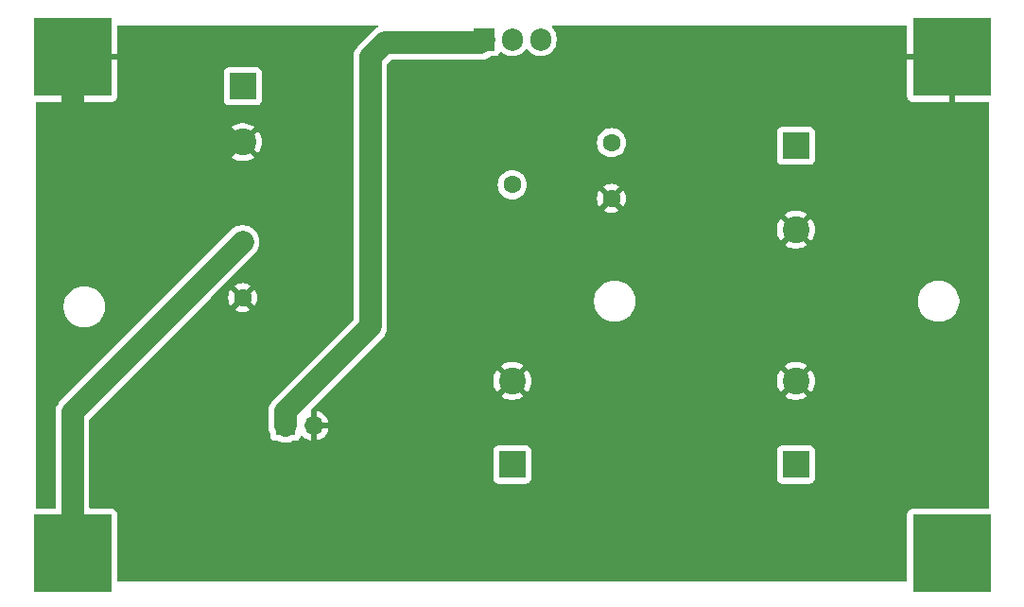
<source format=gbr>
%TF.GenerationSoftware,KiCad,Pcbnew,8.0.3*%
%TF.CreationDate,2025-06-30T13:47:58+07:00*%
%TF.ProjectId,linear supply,6c696e65-6172-4207-9375-70706c792e6b,rev?*%
%TF.SameCoordinates,Original*%
%TF.FileFunction,Copper,L2,Bot*%
%TF.FilePolarity,Positive*%
%FSLAX46Y46*%
G04 Gerber Fmt 4.6, Leading zero omitted, Abs format (unit mm)*
G04 Created by KiCad (PCBNEW 8.0.3) date 2025-06-30 13:47:58*
%MOMM*%
%LPD*%
G01*
G04 APERTURE LIST*
%TA.AperFunction,ComponentPad*%
%ADD10R,7.000000X7.000000*%
%TD*%
%TA.AperFunction,ComponentPad*%
%ADD11C,1.600000*%
%TD*%
%TA.AperFunction,ComponentPad*%
%ADD12R,1.905000X2.000000*%
%TD*%
%TA.AperFunction,ComponentPad*%
%ADD13O,1.905000X2.000000*%
%TD*%
%TA.AperFunction,ComponentPad*%
%ADD14R,2.400000X2.400000*%
%TD*%
%TA.AperFunction,ComponentPad*%
%ADD15C,2.400000*%
%TD*%
%TA.AperFunction,ComponentPad*%
%ADD16O,1.600000X1.600000*%
%TD*%
%TA.AperFunction,ComponentPad*%
%ADD17R,1.700000X1.700000*%
%TD*%
%TA.AperFunction,ComponentPad*%
%ADD18O,1.700000X1.700000*%
%TD*%
%TA.AperFunction,ViaPad*%
%ADD19C,0.600000*%
%TD*%
%TA.AperFunction,Conductor*%
%ADD20C,2.000000*%
%TD*%
G04 APERTURE END LIST*
D10*
%TO.P,,1*%
%TO.N,DC+*%
X179593890Y-126676110D03*
%TD*%
D11*
%TO.P,C2,1*%
%TO.N,out+*%
X116093890Y-98776110D03*
%TO.P,C2,2*%
%TO.N,DC-*%
X116093890Y-103776110D03*
%TD*%
D10*
%TO.P,input -,1*%
%TO.N,DC-*%
X179593890Y-82226110D03*
%TD*%
%TO.P,,1*%
%TO.N,out+*%
X100853890Y-126676110D03*
%TD*%
D11*
%TO.P,C4,1*%
%TO.N,DC+*%
X149113890Y-89886110D03*
%TO.P,C4,2*%
%TO.N,DC-*%
X149113890Y-94886110D03*
%TD*%
D12*
%TO.P,U1,1,ADJ*%
%TO.N,in pot*%
X137683890Y-80631110D03*
D13*
%TO.P,U1,2,VO*%
%TO.N,out+*%
X140223890Y-80631110D03*
%TO.P,U1,3,VI*%
%TO.N,DC+*%
X142763890Y-80631110D03*
%TD*%
D14*
%TO.P,C3,1*%
%TO.N,DC+*%
X165623890Y-118723890D03*
D15*
%TO.P,C3,2*%
%TO.N,DC-*%
X165623890Y-111223890D03*
%TD*%
D10*
%TO.P,,1*%
%TO.N,DC-*%
X100853890Y-82226110D03*
%TD*%
D11*
%TO.P,R1,1*%
%TO.N,out+*%
X140223890Y-93656110D03*
D16*
%TO.P,R1,2*%
%TO.N,in pot*%
X127523890Y-93656110D03*
%TD*%
D17*
%TO.P,Pot,1*%
%TO.N,in pot*%
X119903890Y-115246110D03*
D18*
%TO.P,Pot,2*%
%TO.N,DC-*%
X122443890Y-115246110D03*
%TD*%
D14*
%TO.P,C5,1*%
%TO.N,out+*%
X116093890Y-84846110D03*
D15*
%TO.P,C5,2*%
%TO.N,DC-*%
X116093890Y-89846110D03*
%TD*%
D14*
%TO.P,C1,1*%
%TO.N,DC+*%
X140223890Y-118723890D03*
D15*
%TO.P,C1,2*%
%TO.N,DC-*%
X140223890Y-111223890D03*
%TD*%
D14*
%TO.P,C6,1*%
%TO.N,DC+*%
X165623890Y-90178330D03*
D15*
%TO.P,C6,2*%
%TO.N,DC-*%
X165623890Y-97678330D03*
%TD*%
D19*
%TO.N,DC-*%
X179500000Y-110500000D03*
X107000000Y-118500000D03*
X169000000Y-81000000D03*
X105000000Y-89500000D03*
X129000000Y-118500000D03*
X167000000Y-83000000D03*
X179500000Y-96000000D03*
X140500000Y-101000000D03*
X113000000Y-118500000D03*
X144000000Y-101000000D03*
X105000000Y-95000000D03*
X105000000Y-101500000D03*
X113000000Y-111500000D03*
X167000000Y-81000000D03*
X169000000Y-83000000D03*
X136000000Y-101000000D03*
X179500000Y-121000000D03*
%TD*%
D20*
%TO.N,out+*%
X100853890Y-126676110D02*
X100853890Y-114016110D01*
X100853890Y-114016110D02*
X116093890Y-98776110D01*
%TO.N,DC-*%
X102123890Y-89846110D02*
X104653890Y-89846110D01*
X104653890Y-89846110D02*
X105000000Y-89500000D01*
X105346110Y-89846110D02*
X116093890Y-89846110D01*
X100853890Y-88576110D02*
X102123890Y-89846110D01*
X100853890Y-82226110D02*
X100853890Y-88576110D01*
X105000000Y-89500000D02*
X105346110Y-89846110D01*
%TO.N,in pot*%
X137358890Y-80956110D02*
X137683890Y-80631110D01*
X128793890Y-80956110D02*
X137358890Y-80956110D01*
X127523890Y-82226110D02*
X128793890Y-80956110D01*
X119903890Y-115246110D02*
X119903890Y-113976110D01*
X127523890Y-93656110D02*
X127523890Y-82226110D01*
X127523890Y-106356110D02*
X127523890Y-93656110D01*
X119903890Y-113976110D02*
X127523890Y-106356110D01*
%TD*%
%TA.AperFunction,Conductor*%
%TO.N,DC-*%
G36*
X128149052Y-79391295D02*
G01*
X128194807Y-79444099D01*
X128204751Y-79513257D01*
X128175726Y-79576813D01*
X128138308Y-79606095D01*
X128007455Y-79672767D01*
X127816378Y-79811594D01*
X126379375Y-81248597D01*
X126379375Y-81248598D01*
X126379373Y-81248600D01*
X126330292Y-81316153D01*
X126240546Y-81439676D01*
X126240356Y-81440052D01*
X126240307Y-81440148D01*
X126133323Y-81650113D01*
X126060336Y-81874741D01*
X126023390Y-82108012D01*
X126023390Y-105683221D01*
X126003705Y-105750260D01*
X125987071Y-105770902D01*
X118759375Y-112998597D01*
X118759374Y-112998598D01*
X118620549Y-113189672D01*
X118620548Y-113189674D01*
X118600166Y-113229677D01*
X118513323Y-113400113D01*
X118440336Y-113624741D01*
X118403390Y-113858012D01*
X118403390Y-115364207D01*
X118440337Y-115597479D01*
X118440337Y-115597482D01*
X118513320Y-115822098D01*
X118513320Y-115822099D01*
X118539875Y-115874216D01*
X118553390Y-115930509D01*
X118553390Y-116143979D01*
X118553391Y-116143986D01*
X118559798Y-116203593D01*
X118610092Y-116338438D01*
X118610096Y-116338445D01*
X118696342Y-116453654D01*
X118696345Y-116453657D01*
X118811554Y-116539903D01*
X118811561Y-116539907D01*
X118856508Y-116556671D01*
X118946407Y-116590201D01*
X119006017Y-116596610D01*
X119219488Y-116596609D01*
X119275783Y-116610124D01*
X119327898Y-116636678D01*
X119508949Y-116695505D01*
X119552521Y-116709663D01*
X119785793Y-116746610D01*
X119785798Y-116746610D01*
X120021987Y-116746610D01*
X120255258Y-116709663D01*
X120479882Y-116636678D01*
X120531997Y-116610124D01*
X120588291Y-116596609D01*
X120801761Y-116596609D01*
X120801762Y-116596609D01*
X120861373Y-116590201D01*
X120996221Y-116539906D01*
X121111436Y-116453656D01*
X121197686Y-116338441D01*
X121246892Y-116206511D01*
X121288762Y-116150578D01*
X121354227Y-116126160D01*
X121422500Y-116141011D01*
X121450755Y-116162163D01*
X121572807Y-116284215D01*
X121766311Y-116419710D01*
X121980397Y-116519539D01*
X121980406Y-116519543D01*
X122193890Y-116576744D01*
X122193890Y-115679122D01*
X122250897Y-115712035D01*
X122378064Y-115746110D01*
X122509716Y-115746110D01*
X122636883Y-115712035D01*
X122693890Y-115679122D01*
X122693890Y-116576743D01*
X122907373Y-116519543D01*
X122907382Y-116519539D01*
X123121468Y-116419710D01*
X123314972Y-116284215D01*
X123481995Y-116117192D01*
X123617490Y-115923688D01*
X123717319Y-115709602D01*
X123717322Y-115709596D01*
X123774526Y-115496110D01*
X122876902Y-115496110D01*
X122909815Y-115439103D01*
X122943890Y-115311936D01*
X122943890Y-115180284D01*
X122909815Y-115053117D01*
X122876902Y-114996110D01*
X123774526Y-114996110D01*
X123774525Y-114996109D01*
X123717322Y-114782623D01*
X123717319Y-114782617D01*
X123617490Y-114568532D01*
X123617489Y-114568530D01*
X123482003Y-114375036D01*
X123481998Y-114375030D01*
X123314972Y-114208004D01*
X123121468Y-114072509D01*
X122907382Y-113972680D01*
X122907376Y-113972677D01*
X122693890Y-113915474D01*
X122693890Y-114813098D01*
X122636883Y-114780185D01*
X122509716Y-114746110D01*
X122378064Y-114746110D01*
X122250897Y-114780185D01*
X122193890Y-114813098D01*
X122193890Y-113859498D01*
X122213575Y-113792459D01*
X122230204Y-113771822D01*
X124778141Y-111223885D01*
X138519123Y-111223885D01*
X138519123Y-111223894D01*
X138538163Y-111477969D01*
X138594858Y-111726367D01*
X138594863Y-111726384D01*
X138687948Y-111963561D01*
X138687947Y-111963561D01*
X138815344Y-112184217D01*
X138815351Y-112184228D01*
X138857342Y-112236881D01*
X138857343Y-112236882D01*
X139659277Y-111434948D01*
X139664779Y-111455481D01*
X139743771Y-111592298D01*
X139855482Y-111704009D01*
X139992299Y-111783001D01*
X140012830Y-111788502D01*
X139210703Y-112590628D01*
X139371506Y-112700261D01*
X139371514Y-112700266D01*
X139601066Y-112810811D01*
X139601064Y-112810811D01*
X139844542Y-112885914D01*
X139844548Y-112885916D01*
X140096485Y-112923889D01*
X140096494Y-112923890D01*
X140351286Y-112923890D01*
X140351294Y-112923889D01*
X140603231Y-112885916D01*
X140603237Y-112885914D01*
X140846714Y-112810811D01*
X141076266Y-112700266D01*
X141076267Y-112700265D01*
X141237075Y-112590628D01*
X140434950Y-111788502D01*
X140455481Y-111783001D01*
X140592298Y-111704009D01*
X140704009Y-111592298D01*
X140783001Y-111455481D01*
X140788502Y-111434949D01*
X141590435Y-112236882D01*
X141590436Y-112236881D01*
X141632434Y-112184220D01*
X141759831Y-111963561D01*
X141852916Y-111726384D01*
X141852921Y-111726367D01*
X141909616Y-111477969D01*
X141928657Y-111223894D01*
X141928657Y-111223885D01*
X163919123Y-111223885D01*
X163919123Y-111223894D01*
X163938163Y-111477969D01*
X163994858Y-111726367D01*
X163994863Y-111726384D01*
X164087948Y-111963561D01*
X164087947Y-111963561D01*
X164215344Y-112184217D01*
X164215351Y-112184228D01*
X164257342Y-112236881D01*
X164257343Y-112236882D01*
X165059277Y-111434948D01*
X165064779Y-111455481D01*
X165143771Y-111592298D01*
X165255482Y-111704009D01*
X165392299Y-111783001D01*
X165412830Y-111788502D01*
X164610703Y-112590628D01*
X164771506Y-112700261D01*
X164771514Y-112700266D01*
X165001066Y-112810811D01*
X165001064Y-112810811D01*
X165244542Y-112885914D01*
X165244548Y-112885916D01*
X165496485Y-112923889D01*
X165496494Y-112923890D01*
X165751286Y-112923890D01*
X165751294Y-112923889D01*
X166003231Y-112885916D01*
X166003237Y-112885914D01*
X166246714Y-112810811D01*
X166476266Y-112700266D01*
X166476267Y-112700265D01*
X166637075Y-112590628D01*
X165834950Y-111788502D01*
X165855481Y-111783001D01*
X165992298Y-111704009D01*
X166104009Y-111592298D01*
X166183001Y-111455481D01*
X166188502Y-111434949D01*
X166990434Y-112236882D01*
X166990436Y-112236881D01*
X167032434Y-112184220D01*
X167159831Y-111963561D01*
X167252916Y-111726384D01*
X167252921Y-111726367D01*
X167309616Y-111477969D01*
X167328657Y-111223894D01*
X167328657Y-111223885D01*
X167309616Y-110969810D01*
X167252921Y-110721412D01*
X167252916Y-110721395D01*
X167159831Y-110484218D01*
X167159832Y-110484218D01*
X167032435Y-110263562D01*
X166990435Y-110210896D01*
X166188502Y-111012829D01*
X166183001Y-110992299D01*
X166104009Y-110855482D01*
X165992298Y-110743771D01*
X165855481Y-110664779D01*
X165834949Y-110659277D01*
X166637075Y-109857150D01*
X166476274Y-109747518D01*
X166476266Y-109747513D01*
X166246713Y-109636968D01*
X166246715Y-109636968D01*
X166003237Y-109561865D01*
X166003231Y-109561863D01*
X165751294Y-109523890D01*
X165496485Y-109523890D01*
X165244548Y-109561863D01*
X165244542Y-109561865D01*
X165001065Y-109636968D01*
X164771512Y-109747515D01*
X164771499Y-109747522D01*
X164610703Y-109857149D01*
X165412831Y-110659277D01*
X165392299Y-110664779D01*
X165255482Y-110743771D01*
X165143771Y-110855482D01*
X165064779Y-110992299D01*
X165059277Y-111012830D01*
X164257342Y-110210896D01*
X164215347Y-110263557D01*
X164087948Y-110484218D01*
X163994863Y-110721395D01*
X163994858Y-110721412D01*
X163938163Y-110969810D01*
X163919123Y-111223885D01*
X141928657Y-111223885D01*
X141909616Y-110969810D01*
X141852921Y-110721412D01*
X141852916Y-110721395D01*
X141759831Y-110484218D01*
X141759832Y-110484218D01*
X141632435Y-110263562D01*
X141590435Y-110210896D01*
X140788502Y-111012829D01*
X140783001Y-110992299D01*
X140704009Y-110855482D01*
X140592298Y-110743771D01*
X140455481Y-110664779D01*
X140434949Y-110659277D01*
X141237075Y-109857150D01*
X141076274Y-109747518D01*
X141076266Y-109747513D01*
X140846713Y-109636968D01*
X140846715Y-109636968D01*
X140603237Y-109561865D01*
X140603231Y-109561863D01*
X140351294Y-109523890D01*
X140096485Y-109523890D01*
X139844548Y-109561863D01*
X139844542Y-109561865D01*
X139601065Y-109636968D01*
X139371512Y-109747515D01*
X139371499Y-109747522D01*
X139210703Y-109857149D01*
X140012831Y-110659277D01*
X139992299Y-110664779D01*
X139855482Y-110743771D01*
X139743771Y-110855482D01*
X139664779Y-110992299D01*
X139659277Y-111012830D01*
X138857342Y-110210896D01*
X138815347Y-110263557D01*
X138687948Y-110484218D01*
X138594863Y-110721395D01*
X138594858Y-110721412D01*
X138538163Y-110969810D01*
X138519123Y-111223885D01*
X124778141Y-111223885D01*
X128668407Y-107333620D01*
X128807233Y-107142544D01*
X128914458Y-106932102D01*
X128987443Y-106707478D01*
X129024390Y-106474207D01*
X129024390Y-103964821D01*
X147553390Y-103964821D01*
X147553390Y-104207398D01*
X147585051Y-104447895D01*
X147647837Y-104682214D01*
X147740663Y-104906315D01*
X147740666Y-104906322D01*
X147861954Y-105116399D01*
X147861956Y-105116402D01*
X147861957Y-105116403D01*
X148009623Y-105308846D01*
X148009629Y-105308853D01*
X148181146Y-105480370D01*
X148181152Y-105480375D01*
X148373601Y-105628046D01*
X148583678Y-105749334D01*
X148807790Y-105842164D01*
X149042101Y-105904948D01*
X149222476Y-105928694D01*
X149282601Y-105936610D01*
X149282602Y-105936610D01*
X149525179Y-105936610D01*
X149573278Y-105930277D01*
X149765679Y-105904948D01*
X149999990Y-105842164D01*
X150224102Y-105749334D01*
X150434179Y-105628046D01*
X150626628Y-105480375D01*
X150798155Y-105308848D01*
X150945826Y-105116399D01*
X151067114Y-104906322D01*
X151159944Y-104682210D01*
X151222728Y-104447899D01*
X151254390Y-104207398D01*
X151254390Y-103964822D01*
X151254390Y-103964821D01*
X176553390Y-103964821D01*
X176553390Y-104207398D01*
X176585051Y-104447895D01*
X176647837Y-104682214D01*
X176740663Y-104906315D01*
X176740666Y-104906322D01*
X176861954Y-105116399D01*
X176861956Y-105116402D01*
X176861957Y-105116403D01*
X177009623Y-105308846D01*
X177009629Y-105308853D01*
X177181146Y-105480370D01*
X177181152Y-105480375D01*
X177373601Y-105628046D01*
X177583678Y-105749334D01*
X177807790Y-105842164D01*
X178042101Y-105904948D01*
X178222476Y-105928694D01*
X178282601Y-105936610D01*
X178282602Y-105936610D01*
X178525179Y-105936610D01*
X178573278Y-105930277D01*
X178765679Y-105904948D01*
X178999990Y-105842164D01*
X179224102Y-105749334D01*
X179434179Y-105628046D01*
X179626628Y-105480375D01*
X179798155Y-105308848D01*
X179945826Y-105116399D01*
X180067114Y-104906322D01*
X180159944Y-104682210D01*
X180222728Y-104447899D01*
X180254390Y-104207398D01*
X180254390Y-103964822D01*
X180222728Y-103724321D01*
X180159944Y-103490010D01*
X180067114Y-103265898D01*
X179945826Y-103055821D01*
X179798155Y-102863372D01*
X179798150Y-102863366D01*
X179626633Y-102691849D01*
X179626626Y-102691843D01*
X179434183Y-102544177D01*
X179434182Y-102544176D01*
X179434179Y-102544174D01*
X179224102Y-102422886D01*
X179224095Y-102422883D01*
X178999994Y-102330057D01*
X178765675Y-102267271D01*
X178525179Y-102235610D01*
X178525178Y-102235610D01*
X178282602Y-102235610D01*
X178282601Y-102235610D01*
X178042104Y-102267271D01*
X177807785Y-102330057D01*
X177583684Y-102422883D01*
X177583675Y-102422887D01*
X177373596Y-102544177D01*
X177181153Y-102691843D01*
X177181146Y-102691849D01*
X177009629Y-102863366D01*
X177009623Y-102863373D01*
X176861957Y-103055816D01*
X176740667Y-103265895D01*
X176740663Y-103265904D01*
X176647837Y-103490005D01*
X176585051Y-103724324D01*
X176553390Y-103964821D01*
X151254390Y-103964821D01*
X151222728Y-103724321D01*
X151159944Y-103490010D01*
X151067114Y-103265898D01*
X150945826Y-103055821D01*
X150798155Y-102863372D01*
X150798150Y-102863366D01*
X150626633Y-102691849D01*
X150626626Y-102691843D01*
X150434183Y-102544177D01*
X150434182Y-102544176D01*
X150434179Y-102544174D01*
X150224102Y-102422886D01*
X150224095Y-102422883D01*
X149999994Y-102330057D01*
X149765675Y-102267271D01*
X149525179Y-102235610D01*
X149525178Y-102235610D01*
X149282602Y-102235610D01*
X149282601Y-102235610D01*
X149042104Y-102267271D01*
X148807785Y-102330057D01*
X148583684Y-102422883D01*
X148583675Y-102422887D01*
X148373596Y-102544177D01*
X148181153Y-102691843D01*
X148181146Y-102691849D01*
X148009629Y-102863366D01*
X148009623Y-102863373D01*
X147861957Y-103055816D01*
X147740667Y-103265895D01*
X147740663Y-103265904D01*
X147647837Y-103490005D01*
X147585051Y-103724324D01*
X147553390Y-103964821D01*
X129024390Y-103964821D01*
X129024390Y-97678325D01*
X163919123Y-97678325D01*
X163919123Y-97678334D01*
X163938163Y-97932409D01*
X163994858Y-98180807D01*
X163994863Y-98180824D01*
X164087948Y-98418001D01*
X164087947Y-98418001D01*
X164215344Y-98638657D01*
X164215351Y-98638668D01*
X164257342Y-98691321D01*
X164257343Y-98691322D01*
X165059277Y-97889388D01*
X165064779Y-97909921D01*
X165143771Y-98046738D01*
X165255482Y-98158449D01*
X165392299Y-98237441D01*
X165412830Y-98242942D01*
X164610703Y-99045068D01*
X164771506Y-99154701D01*
X164771514Y-99154706D01*
X165001066Y-99265251D01*
X165001064Y-99265251D01*
X165244542Y-99340354D01*
X165244548Y-99340356D01*
X165496485Y-99378329D01*
X165496494Y-99378330D01*
X165751286Y-99378330D01*
X165751294Y-99378329D01*
X166003231Y-99340356D01*
X166003237Y-99340354D01*
X166246714Y-99265251D01*
X166476266Y-99154706D01*
X166476267Y-99154705D01*
X166637075Y-99045068D01*
X165834950Y-98242942D01*
X165855481Y-98237441D01*
X165992298Y-98158449D01*
X166104009Y-98046738D01*
X166183001Y-97909921D01*
X166188502Y-97889389D01*
X166990434Y-98691322D01*
X166990436Y-98691321D01*
X167032434Y-98638660D01*
X167159831Y-98418001D01*
X167252916Y-98180824D01*
X167252921Y-98180807D01*
X167309616Y-97932409D01*
X167328657Y-97678334D01*
X167328657Y-97678325D01*
X167309616Y-97424250D01*
X167252921Y-97175852D01*
X167252916Y-97175835D01*
X167159831Y-96938658D01*
X167159832Y-96938658D01*
X167032435Y-96718002D01*
X166990435Y-96665336D01*
X166188502Y-97467269D01*
X166183001Y-97446739D01*
X166104009Y-97309922D01*
X165992298Y-97198211D01*
X165855481Y-97119219D01*
X165834949Y-97113717D01*
X166637075Y-96311590D01*
X166476274Y-96201958D01*
X166476266Y-96201953D01*
X166246713Y-96091408D01*
X166246715Y-96091408D01*
X166003237Y-96016305D01*
X166003231Y-96016303D01*
X165751294Y-95978330D01*
X165496485Y-95978330D01*
X165244548Y-96016303D01*
X165244542Y-96016305D01*
X165001065Y-96091408D01*
X164771512Y-96201955D01*
X164771499Y-96201962D01*
X164610703Y-96311589D01*
X165412831Y-97113717D01*
X165392299Y-97119219D01*
X165255482Y-97198211D01*
X165143771Y-97309922D01*
X165064779Y-97446739D01*
X165059277Y-97467270D01*
X164257342Y-96665336D01*
X164215347Y-96717997D01*
X164087948Y-96938658D01*
X163994863Y-97175835D01*
X163994858Y-97175852D01*
X163938163Y-97424250D01*
X163919123Y-97678325D01*
X129024390Y-97678325D01*
X129024390Y-93656108D01*
X138918422Y-93656108D01*
X138918422Y-93656111D01*
X138938254Y-93882796D01*
X138938256Y-93882807D01*
X138997148Y-94102598D01*
X138997151Y-94102607D01*
X139093321Y-94308842D01*
X139093322Y-94308844D01*
X139223844Y-94495251D01*
X139384748Y-94656155D01*
X139431583Y-94688949D01*
X139571156Y-94786678D01*
X139777394Y-94882849D01*
X139777399Y-94882850D01*
X139777401Y-94882851D01*
X139830305Y-94897026D01*
X139997198Y-94941745D01*
X140159120Y-94955911D01*
X140223888Y-94961578D01*
X140223890Y-94961578D01*
X140223892Y-94961578D01*
X140280563Y-94956619D01*
X140450582Y-94941745D01*
X140658227Y-94886107D01*
X147808924Y-94886107D01*
X147808924Y-94886112D01*
X147828748Y-95112709D01*
X147828750Y-95112720D01*
X147887620Y-95332427D01*
X147887625Y-95332441D01*
X147983753Y-95538588D01*
X148034864Y-95611582D01*
X148713890Y-94932556D01*
X148713890Y-94938771D01*
X148741149Y-95040504D01*
X148793810Y-95131716D01*
X148868284Y-95206190D01*
X148959496Y-95258851D01*
X149061229Y-95286110D01*
X149067443Y-95286110D01*
X148388416Y-95965135D01*
X148461403Y-96016242D01*
X148461411Y-96016246D01*
X148667558Y-96112374D01*
X148667572Y-96112379D01*
X148887279Y-96171249D01*
X148887290Y-96171251D01*
X149113888Y-96191076D01*
X149113892Y-96191076D01*
X149340489Y-96171251D01*
X149340500Y-96171249D01*
X149560207Y-96112379D01*
X149560221Y-96112374D01*
X149766368Y-96016246D01*
X149839361Y-95965134D01*
X149160337Y-95286110D01*
X149166551Y-95286110D01*
X149268284Y-95258851D01*
X149359496Y-95206190D01*
X149433970Y-95131716D01*
X149486631Y-95040504D01*
X149513890Y-94938771D01*
X149513890Y-94932557D01*
X150192914Y-95611581D01*
X150244026Y-95538588D01*
X150340154Y-95332441D01*
X150340159Y-95332427D01*
X150399029Y-95112720D01*
X150399031Y-95112709D01*
X150418856Y-94886112D01*
X150418856Y-94886107D01*
X150399031Y-94659510D01*
X150399029Y-94659499D01*
X150340159Y-94439792D01*
X150340154Y-94439778D01*
X150244026Y-94233631D01*
X150244022Y-94233623D01*
X150192915Y-94160636D01*
X149513890Y-94839661D01*
X149513890Y-94833449D01*
X149486631Y-94731716D01*
X149433970Y-94640504D01*
X149359496Y-94566030D01*
X149268284Y-94513369D01*
X149166551Y-94486110D01*
X149160338Y-94486110D01*
X149839362Y-93807084D01*
X149766368Y-93755973D01*
X149560221Y-93659845D01*
X149560207Y-93659840D01*
X149340500Y-93600970D01*
X149340489Y-93600968D01*
X149113892Y-93581144D01*
X149113888Y-93581144D01*
X148887290Y-93600968D01*
X148887279Y-93600970D01*
X148667572Y-93659840D01*
X148667563Y-93659844D01*
X148461406Y-93755976D01*
X148461402Y-93755978D01*
X148388416Y-93807083D01*
X148388416Y-93807084D01*
X149067443Y-94486110D01*
X149061229Y-94486110D01*
X148959496Y-94513369D01*
X148868284Y-94566030D01*
X148793810Y-94640504D01*
X148741149Y-94731716D01*
X148713890Y-94833449D01*
X148713890Y-94839662D01*
X148034864Y-94160636D01*
X148034863Y-94160636D01*
X147983758Y-94233622D01*
X147983756Y-94233626D01*
X147887624Y-94439783D01*
X147887620Y-94439792D01*
X147828750Y-94659499D01*
X147828748Y-94659510D01*
X147808924Y-94886107D01*
X140658227Y-94886107D01*
X140670386Y-94882849D01*
X140876624Y-94786678D01*
X141063029Y-94656157D01*
X141223937Y-94495249D01*
X141354458Y-94308844D01*
X141450629Y-94102606D01*
X141509525Y-93882802D01*
X141529358Y-93656110D01*
X141509525Y-93429418D01*
X141450629Y-93209614D01*
X141354458Y-93003376D01*
X141223937Y-92816971D01*
X141223935Y-92816968D01*
X141063031Y-92656064D01*
X140876624Y-92525542D01*
X140876622Y-92525541D01*
X140670387Y-92429371D01*
X140670378Y-92429368D01*
X140450587Y-92370476D01*
X140450583Y-92370475D01*
X140450582Y-92370475D01*
X140450581Y-92370474D01*
X140450576Y-92370474D01*
X140223892Y-92350642D01*
X140223888Y-92350642D01*
X139997203Y-92370474D01*
X139997192Y-92370476D01*
X139777401Y-92429368D01*
X139777392Y-92429371D01*
X139571157Y-92525541D01*
X139571155Y-92525542D01*
X139384748Y-92656064D01*
X139223844Y-92816968D01*
X139093322Y-93003375D01*
X139093321Y-93003377D01*
X138997151Y-93209612D01*
X138997148Y-93209621D01*
X138938256Y-93429412D01*
X138938254Y-93429423D01*
X138918422Y-93656108D01*
X129024390Y-93656108D01*
X129024390Y-89886108D01*
X147808422Y-89886108D01*
X147808422Y-89886111D01*
X147828254Y-90112796D01*
X147828256Y-90112807D01*
X147887148Y-90332598D01*
X147887151Y-90332607D01*
X147983321Y-90538842D01*
X147983322Y-90538844D01*
X148113844Y-90725251D01*
X148274748Y-90886155D01*
X148274751Y-90886157D01*
X148461156Y-91016678D01*
X148667394Y-91112849D01*
X148887198Y-91171745D01*
X149049120Y-91185911D01*
X149113888Y-91191578D01*
X149113890Y-91191578D01*
X149113892Y-91191578D01*
X149170563Y-91186619D01*
X149340582Y-91171745D01*
X149560386Y-91112849D01*
X149766624Y-91016678D01*
X149953029Y-90886157D01*
X150113937Y-90725249D01*
X150244458Y-90538844D01*
X150340629Y-90332606D01*
X150399525Y-90112802D01*
X150419358Y-89886110D01*
X150415858Y-89846110D01*
X150413691Y-89821340D01*
X150399525Y-89659418D01*
X150340629Y-89439614D01*
X150244458Y-89233376D01*
X150113937Y-89046971D01*
X150113935Y-89046968D01*
X149997432Y-88930465D01*
X163923390Y-88930465D01*
X163923390Y-91426200D01*
X163923391Y-91426206D01*
X163929798Y-91485813D01*
X163980092Y-91620658D01*
X163980096Y-91620665D01*
X164066342Y-91735874D01*
X164066345Y-91735877D01*
X164181554Y-91822123D01*
X164181561Y-91822127D01*
X164316407Y-91872421D01*
X164316406Y-91872421D01*
X164323334Y-91873165D01*
X164376017Y-91878830D01*
X166871762Y-91878829D01*
X166931373Y-91872421D01*
X167066221Y-91822126D01*
X167181436Y-91735876D01*
X167267686Y-91620661D01*
X167317981Y-91485813D01*
X167324390Y-91426203D01*
X167324389Y-88930458D01*
X167317981Y-88870847D01*
X167303908Y-88833116D01*
X167267687Y-88736001D01*
X167267683Y-88735994D01*
X167181437Y-88620785D01*
X167181434Y-88620782D01*
X167066225Y-88534536D01*
X167066218Y-88534532D01*
X166931372Y-88484238D01*
X166931373Y-88484238D01*
X166871773Y-88477831D01*
X166871771Y-88477830D01*
X166871763Y-88477830D01*
X166871754Y-88477830D01*
X164376019Y-88477830D01*
X164376013Y-88477831D01*
X164316406Y-88484238D01*
X164181561Y-88534532D01*
X164181554Y-88534536D01*
X164066345Y-88620782D01*
X164066342Y-88620785D01*
X163980096Y-88735994D01*
X163980092Y-88736001D01*
X163929798Y-88870847D01*
X163923391Y-88930446D01*
X163923391Y-88930453D01*
X163923390Y-88930465D01*
X149997432Y-88930465D01*
X149953031Y-88886064D01*
X149766624Y-88755542D01*
X149766622Y-88755541D01*
X149560387Y-88659371D01*
X149560378Y-88659368D01*
X149340587Y-88600476D01*
X149340583Y-88600475D01*
X149340582Y-88600475D01*
X149340581Y-88600474D01*
X149340576Y-88600474D01*
X149113892Y-88580642D01*
X149113888Y-88580642D01*
X148887203Y-88600474D01*
X148887192Y-88600476D01*
X148667401Y-88659368D01*
X148667392Y-88659371D01*
X148461157Y-88755541D01*
X148461155Y-88755542D01*
X148274748Y-88886064D01*
X148113844Y-89046968D01*
X147983322Y-89233375D01*
X147983321Y-89233377D01*
X147887151Y-89439612D01*
X147887148Y-89439621D01*
X147828256Y-89659412D01*
X147828254Y-89659423D01*
X147808422Y-89886108D01*
X129024390Y-89886108D01*
X129024390Y-82898999D01*
X129044075Y-82831960D01*
X129060709Y-82811318D01*
X129379098Y-82492929D01*
X129440421Y-82459444D01*
X129466779Y-82456610D01*
X137476987Y-82456610D01*
X137710258Y-82419663D01*
X137934882Y-82346678D01*
X138145324Y-82239453D01*
X138261162Y-82155291D01*
X138326968Y-82131811D01*
X138334048Y-82131609D01*
X138684261Y-82131609D01*
X138684262Y-82131609D01*
X138743873Y-82125201D01*
X138878721Y-82074906D01*
X138993936Y-81988656D01*
X139080186Y-81873441D01*
X139090580Y-81845570D01*
X139132450Y-81789637D01*
X139197913Y-81765218D01*
X139266187Y-81780068D01*
X139279636Y-81788575D01*
X139462352Y-81921327D01*
X139569870Y-81976110D01*
X139666134Y-82025159D01*
X139883641Y-82095831D01*
X139883642Y-82095831D01*
X139883645Y-82095832D01*
X140109536Y-82131610D01*
X140109537Y-82131610D01*
X140338243Y-82131610D01*
X140338244Y-82131610D01*
X140564135Y-82095832D01*
X140564138Y-82095831D01*
X140564139Y-82095831D01*
X140781645Y-82025159D01*
X140781645Y-82025158D01*
X140781648Y-82025158D01*
X140985428Y-81921327D01*
X141170456Y-81786896D01*
X141332176Y-81625176D01*
X141393573Y-81540669D01*
X141448902Y-81498006D01*
X141518515Y-81492027D01*
X141580310Y-81524633D01*
X141594204Y-81540666D01*
X141655604Y-81625176D01*
X141817324Y-81786896D01*
X142002352Y-81921327D01*
X142109870Y-81976110D01*
X142206134Y-82025159D01*
X142423641Y-82095831D01*
X142423642Y-82095831D01*
X142423645Y-82095832D01*
X142649536Y-82131610D01*
X142649537Y-82131610D01*
X142878243Y-82131610D01*
X142878244Y-82131610D01*
X143104135Y-82095832D01*
X143104138Y-82095831D01*
X143104139Y-82095831D01*
X143321645Y-82025159D01*
X143321645Y-82025158D01*
X143321648Y-82025158D01*
X143525428Y-81921327D01*
X143710456Y-81786896D01*
X143872176Y-81625176D01*
X144006607Y-81440148D01*
X144110438Y-81236368D01*
X144110439Y-81236365D01*
X144181111Y-81018859D01*
X144181111Y-81018858D01*
X144181112Y-81018855D01*
X144216890Y-80792964D01*
X144216890Y-80469256D01*
X144181112Y-80243365D01*
X144181111Y-80243361D01*
X144181111Y-80243360D01*
X144110439Y-80025854D01*
X144110438Y-80025852D01*
X144006607Y-79822072D01*
X143872176Y-79637044D01*
X143818423Y-79583291D01*
X143784938Y-79521968D01*
X143789922Y-79452276D01*
X143831794Y-79396343D01*
X143897258Y-79371926D01*
X143906104Y-79371610D01*
X175469890Y-79371610D01*
X175536929Y-79391295D01*
X175582684Y-79444099D01*
X175593890Y-79495610D01*
X175593890Y-81976110D01*
X178114788Y-81976110D01*
X178093890Y-82108057D01*
X178093890Y-82344163D01*
X178114788Y-82476110D01*
X175593890Y-82476110D01*
X175593890Y-85773954D01*
X175600291Y-85833482D01*
X175600293Y-85833489D01*
X175650535Y-85968196D01*
X175650539Y-85968203D01*
X175736699Y-86083297D01*
X175736702Y-86083300D01*
X175851796Y-86169460D01*
X175851803Y-86169464D01*
X175986510Y-86219706D01*
X175986517Y-86219708D01*
X176046045Y-86226109D01*
X176046062Y-86226110D01*
X179343890Y-86226110D01*
X179343890Y-83705211D01*
X179475837Y-83726110D01*
X179711943Y-83726110D01*
X179843890Y-83705211D01*
X179843890Y-86226110D01*
X182779390Y-86226110D01*
X182846429Y-86245795D01*
X182892184Y-86298599D01*
X182903390Y-86350110D01*
X182903390Y-122551610D01*
X182883705Y-122618649D01*
X182830901Y-122664404D01*
X182779390Y-122675610D01*
X176046019Y-122675610D01*
X176046013Y-122675611D01*
X175986406Y-122682018D01*
X175851561Y-122732312D01*
X175851554Y-122732316D01*
X175736345Y-122818562D01*
X175736342Y-122818565D01*
X175650096Y-122933774D01*
X175650092Y-122933781D01*
X175599798Y-123068627D01*
X175593391Y-123128226D01*
X175593391Y-123128233D01*
X175593390Y-123128245D01*
X175593391Y-129046610D01*
X175573706Y-129113649D01*
X175520902Y-129159404D01*
X175469391Y-129170610D01*
X104978390Y-129170610D01*
X104911351Y-129150925D01*
X104865596Y-129098121D01*
X104854390Y-129046610D01*
X104854389Y-123128239D01*
X104854388Y-123128233D01*
X104854387Y-123128226D01*
X104847981Y-123068627D01*
X104797686Y-122933779D01*
X104797685Y-122933778D01*
X104797683Y-122933774D01*
X104711437Y-122818565D01*
X104711434Y-122818562D01*
X104596225Y-122732316D01*
X104596218Y-122732312D01*
X104461372Y-122682018D01*
X104461373Y-122682018D01*
X104401773Y-122675611D01*
X104401771Y-122675610D01*
X104401763Y-122675610D01*
X104401755Y-122675610D01*
X102478390Y-122675610D01*
X102411351Y-122655925D01*
X102365596Y-122603121D01*
X102354390Y-122551610D01*
X102354390Y-117476025D01*
X138523390Y-117476025D01*
X138523390Y-119971760D01*
X138523391Y-119971766D01*
X138529798Y-120031373D01*
X138580092Y-120166218D01*
X138580096Y-120166225D01*
X138666342Y-120281434D01*
X138666345Y-120281437D01*
X138781554Y-120367683D01*
X138781561Y-120367687D01*
X138916407Y-120417981D01*
X138916406Y-120417981D01*
X138923334Y-120418725D01*
X138976017Y-120424390D01*
X141471762Y-120424389D01*
X141531373Y-120417981D01*
X141666221Y-120367686D01*
X141781436Y-120281436D01*
X141867686Y-120166221D01*
X141917981Y-120031373D01*
X141924390Y-119971763D01*
X141924389Y-117476025D01*
X163923390Y-117476025D01*
X163923390Y-119971760D01*
X163923391Y-119971766D01*
X163929798Y-120031373D01*
X163980092Y-120166218D01*
X163980096Y-120166225D01*
X164066342Y-120281434D01*
X164066345Y-120281437D01*
X164181554Y-120367683D01*
X164181561Y-120367687D01*
X164316407Y-120417981D01*
X164316406Y-120417981D01*
X164323334Y-120418725D01*
X164376017Y-120424390D01*
X166871762Y-120424389D01*
X166931373Y-120417981D01*
X167066221Y-120367686D01*
X167181436Y-120281436D01*
X167267686Y-120166221D01*
X167317981Y-120031373D01*
X167324390Y-119971763D01*
X167324389Y-117476018D01*
X167317981Y-117416407D01*
X167267686Y-117281559D01*
X167267685Y-117281558D01*
X167267683Y-117281554D01*
X167181437Y-117166345D01*
X167181434Y-117166342D01*
X167066225Y-117080096D01*
X167066218Y-117080092D01*
X166931372Y-117029798D01*
X166931373Y-117029798D01*
X166871773Y-117023391D01*
X166871771Y-117023390D01*
X166871763Y-117023390D01*
X166871754Y-117023390D01*
X164376019Y-117023390D01*
X164376013Y-117023391D01*
X164316406Y-117029798D01*
X164181561Y-117080092D01*
X164181554Y-117080096D01*
X164066345Y-117166342D01*
X164066342Y-117166345D01*
X163980096Y-117281554D01*
X163980092Y-117281561D01*
X163929798Y-117416407D01*
X163923391Y-117476006D01*
X163923391Y-117476013D01*
X163923390Y-117476025D01*
X141924389Y-117476025D01*
X141924389Y-117476018D01*
X141917981Y-117416407D01*
X141867686Y-117281559D01*
X141867685Y-117281558D01*
X141867683Y-117281554D01*
X141781437Y-117166345D01*
X141781434Y-117166342D01*
X141666225Y-117080096D01*
X141666218Y-117080092D01*
X141531372Y-117029798D01*
X141531373Y-117029798D01*
X141471773Y-117023391D01*
X141471771Y-117023390D01*
X141471763Y-117023390D01*
X141471754Y-117023390D01*
X138976019Y-117023390D01*
X138976013Y-117023391D01*
X138916406Y-117029798D01*
X138781561Y-117080092D01*
X138781554Y-117080096D01*
X138666345Y-117166342D01*
X138666342Y-117166345D01*
X138580096Y-117281554D01*
X138580092Y-117281561D01*
X138529798Y-117416407D01*
X138523391Y-117476006D01*
X138523391Y-117476013D01*
X138523390Y-117476025D01*
X102354390Y-117476025D01*
X102354390Y-114688999D01*
X102374075Y-114621960D01*
X102390709Y-114601318D01*
X109658407Y-107333620D01*
X113215920Y-103776107D01*
X114788924Y-103776107D01*
X114788924Y-103776112D01*
X114808748Y-104002709D01*
X114808750Y-104002720D01*
X114867620Y-104222427D01*
X114867625Y-104222441D01*
X114963753Y-104428588D01*
X115014864Y-104501582D01*
X115693890Y-103822556D01*
X115693890Y-103828771D01*
X115721149Y-103930504D01*
X115773810Y-104021716D01*
X115848284Y-104096190D01*
X115939496Y-104148851D01*
X116041229Y-104176110D01*
X116047443Y-104176110D01*
X115368416Y-104855135D01*
X115441403Y-104906242D01*
X115441411Y-104906246D01*
X115647558Y-105002374D01*
X115647572Y-105002379D01*
X115867279Y-105061249D01*
X115867290Y-105061251D01*
X116093888Y-105081076D01*
X116093892Y-105081076D01*
X116320489Y-105061251D01*
X116320500Y-105061249D01*
X116540207Y-105002379D01*
X116540221Y-105002374D01*
X116746368Y-104906246D01*
X116819361Y-104855134D01*
X116140337Y-104176110D01*
X116146551Y-104176110D01*
X116248284Y-104148851D01*
X116339496Y-104096190D01*
X116413970Y-104021716D01*
X116466631Y-103930504D01*
X116493890Y-103828771D01*
X116493890Y-103822557D01*
X117172914Y-104501581D01*
X117224026Y-104428588D01*
X117320154Y-104222441D01*
X117320159Y-104222427D01*
X117379029Y-104002720D01*
X117379031Y-104002709D01*
X117398856Y-103776112D01*
X117398856Y-103776107D01*
X117379031Y-103549510D01*
X117379029Y-103549499D01*
X117320159Y-103329792D01*
X117320154Y-103329778D01*
X117224026Y-103123631D01*
X117224022Y-103123623D01*
X117172915Y-103050636D01*
X116493890Y-103729661D01*
X116493890Y-103723449D01*
X116466631Y-103621716D01*
X116413970Y-103530504D01*
X116339496Y-103456030D01*
X116248284Y-103403369D01*
X116146551Y-103376110D01*
X116140338Y-103376110D01*
X116819362Y-102697084D01*
X116746368Y-102645973D01*
X116540221Y-102549845D01*
X116540207Y-102549840D01*
X116320500Y-102490970D01*
X116320489Y-102490968D01*
X116093892Y-102471144D01*
X116093888Y-102471144D01*
X115867290Y-102490968D01*
X115867279Y-102490970D01*
X115647572Y-102549840D01*
X115647563Y-102549844D01*
X115441406Y-102645976D01*
X115441402Y-102645978D01*
X115368416Y-102697083D01*
X115368416Y-102697084D01*
X116047443Y-103376110D01*
X116041229Y-103376110D01*
X115939496Y-103403369D01*
X115848284Y-103456030D01*
X115773810Y-103530504D01*
X115721149Y-103621716D01*
X115693890Y-103723449D01*
X115693890Y-103729662D01*
X115014864Y-103050636D01*
X115014863Y-103050636D01*
X114963758Y-103123622D01*
X114963756Y-103123626D01*
X114867624Y-103329783D01*
X114867620Y-103329792D01*
X114808750Y-103549499D01*
X114808748Y-103549510D01*
X114788924Y-103776107D01*
X113215920Y-103776107D01*
X117238408Y-99753620D01*
X117377233Y-99562543D01*
X117484458Y-99352102D01*
X117557443Y-99127478D01*
X117594390Y-98894207D01*
X117594390Y-98658012D01*
X117557443Y-98424744D01*
X117557443Y-98424741D01*
X117484458Y-98200118D01*
X117377233Y-97989676D01*
X117238408Y-97798600D01*
X117071400Y-97631592D01*
X116880324Y-97492767D01*
X116669884Y-97385543D01*
X116669883Y-97385542D01*
X116669882Y-97385542D01*
X116445259Y-97312557D01*
X116445257Y-97312556D01*
X116445255Y-97312556D01*
X116211987Y-97275610D01*
X116211982Y-97275610D01*
X115975798Y-97275610D01*
X115975793Y-97275610D01*
X115742521Y-97312556D01*
X115517893Y-97385543D01*
X115307453Y-97492769D01*
X115116386Y-97631586D01*
X115116381Y-97631590D01*
X99709375Y-113038597D01*
X99709374Y-113038598D01*
X99570547Y-113229675D01*
X99483703Y-113400118D01*
X99463323Y-113440113D01*
X99390336Y-113664741D01*
X99353390Y-113898012D01*
X99353390Y-122551610D01*
X99333705Y-122618649D01*
X99280901Y-122664404D01*
X99229390Y-122675610D01*
X97668390Y-122675610D01*
X97601351Y-122655925D01*
X97555596Y-122603121D01*
X97544390Y-122551610D01*
X97544390Y-104464821D01*
X100053390Y-104464821D01*
X100053390Y-104707398D01*
X100085051Y-104947895D01*
X100147837Y-105182214D01*
X100200290Y-105308846D01*
X100240666Y-105406322D01*
X100361954Y-105616399D01*
X100361956Y-105616402D01*
X100361957Y-105616403D01*
X100509623Y-105808846D01*
X100509629Y-105808853D01*
X100681146Y-105980370D01*
X100681152Y-105980375D01*
X100873601Y-106128046D01*
X101083678Y-106249334D01*
X101307790Y-106342164D01*
X101542101Y-106404948D01*
X101722476Y-106428694D01*
X101782601Y-106436610D01*
X101782602Y-106436610D01*
X102025179Y-106436610D01*
X102073278Y-106430277D01*
X102265679Y-106404948D01*
X102499990Y-106342164D01*
X102724102Y-106249334D01*
X102934179Y-106128046D01*
X103126628Y-105980375D01*
X103298155Y-105808848D01*
X103445826Y-105616399D01*
X103567114Y-105406322D01*
X103659944Y-105182210D01*
X103722728Y-104947899D01*
X103754390Y-104707398D01*
X103754390Y-104464822D01*
X103722728Y-104224321D01*
X103659944Y-103990010D01*
X103567114Y-103765898D01*
X103445826Y-103555821D01*
X103298155Y-103363372D01*
X103298150Y-103363366D01*
X103126633Y-103191849D01*
X103126626Y-103191843D01*
X102934183Y-103044177D01*
X102934182Y-103044176D01*
X102934179Y-103044174D01*
X102724102Y-102922886D01*
X102724095Y-102922883D01*
X102499994Y-102830057D01*
X102265675Y-102767271D01*
X102025179Y-102735610D01*
X102025178Y-102735610D01*
X101782602Y-102735610D01*
X101782601Y-102735610D01*
X101542104Y-102767271D01*
X101307785Y-102830057D01*
X101083684Y-102922883D01*
X101083675Y-102922887D01*
X100873596Y-103044177D01*
X100681153Y-103191843D01*
X100681146Y-103191849D01*
X100509629Y-103363366D01*
X100509623Y-103363373D01*
X100361957Y-103555816D01*
X100240667Y-103765895D01*
X100240663Y-103765904D01*
X100147837Y-103990005D01*
X100085051Y-104224324D01*
X100053390Y-104464821D01*
X97544390Y-104464821D01*
X97544390Y-89846105D01*
X114389123Y-89846105D01*
X114389123Y-89846114D01*
X114408163Y-90100189D01*
X114464858Y-90348587D01*
X114464863Y-90348604D01*
X114557948Y-90585781D01*
X114557947Y-90585781D01*
X114685344Y-90806437D01*
X114685351Y-90806448D01*
X114727342Y-90859101D01*
X114727343Y-90859102D01*
X115529277Y-90057168D01*
X115534779Y-90077701D01*
X115613771Y-90214518D01*
X115725482Y-90326229D01*
X115862299Y-90405221D01*
X115882830Y-90410722D01*
X115080703Y-91212848D01*
X115241506Y-91322481D01*
X115241514Y-91322486D01*
X115471066Y-91433031D01*
X115471064Y-91433031D01*
X115714542Y-91508134D01*
X115714548Y-91508136D01*
X115966485Y-91546109D01*
X115966494Y-91546110D01*
X116221286Y-91546110D01*
X116221294Y-91546109D01*
X116473231Y-91508136D01*
X116473237Y-91508134D01*
X116716714Y-91433031D01*
X116946266Y-91322486D01*
X116946267Y-91322485D01*
X117107075Y-91212848D01*
X116304950Y-90410722D01*
X116325481Y-90405221D01*
X116462298Y-90326229D01*
X116574009Y-90214518D01*
X116653001Y-90077701D01*
X116658502Y-90057169D01*
X117460435Y-90859102D01*
X117460436Y-90859101D01*
X117502434Y-90806440D01*
X117629831Y-90585781D01*
X117722916Y-90348604D01*
X117722921Y-90348587D01*
X117779616Y-90100189D01*
X117798657Y-89846114D01*
X117798657Y-89846105D01*
X117779616Y-89592030D01*
X117722921Y-89343632D01*
X117722916Y-89343615D01*
X117629831Y-89106438D01*
X117629832Y-89106438D01*
X117502435Y-88885782D01*
X117460435Y-88833116D01*
X116658502Y-89635049D01*
X116653001Y-89614519D01*
X116574009Y-89477702D01*
X116462298Y-89365991D01*
X116325481Y-89286999D01*
X116304949Y-89281497D01*
X117107075Y-88479370D01*
X116946274Y-88369738D01*
X116946266Y-88369733D01*
X116716713Y-88259188D01*
X116716715Y-88259188D01*
X116473237Y-88184085D01*
X116473231Y-88184083D01*
X116221294Y-88146110D01*
X115966485Y-88146110D01*
X115714548Y-88184083D01*
X115714542Y-88184085D01*
X115471065Y-88259188D01*
X115241512Y-88369735D01*
X115241499Y-88369742D01*
X115080703Y-88479369D01*
X115882831Y-89281497D01*
X115862299Y-89286999D01*
X115725482Y-89365991D01*
X115613771Y-89477702D01*
X115534779Y-89614519D01*
X115529277Y-89635051D01*
X114727342Y-88833116D01*
X114685347Y-88885777D01*
X114557948Y-89106438D01*
X114464863Y-89343615D01*
X114464858Y-89343632D01*
X114408163Y-89592030D01*
X114389123Y-89846105D01*
X97544390Y-89846105D01*
X97544390Y-86350110D01*
X97564075Y-86283071D01*
X97616879Y-86237316D01*
X97668390Y-86226110D01*
X100603890Y-86226110D01*
X100603890Y-83705211D01*
X100735837Y-83726110D01*
X100971943Y-83726110D01*
X101103890Y-83705211D01*
X101103890Y-86226110D01*
X104401718Y-86226110D01*
X104401734Y-86226109D01*
X104461262Y-86219708D01*
X104461269Y-86219706D01*
X104595976Y-86169464D01*
X104595983Y-86169460D01*
X104711077Y-86083300D01*
X104711080Y-86083297D01*
X104797240Y-85968203D01*
X104797244Y-85968196D01*
X104847486Y-85833489D01*
X104847488Y-85833482D01*
X104853889Y-85773954D01*
X104853890Y-85773937D01*
X104853890Y-83598245D01*
X114393390Y-83598245D01*
X114393390Y-86093980D01*
X114393391Y-86093986D01*
X114399798Y-86153593D01*
X114450092Y-86288438D01*
X114450096Y-86288445D01*
X114536342Y-86403654D01*
X114536345Y-86403657D01*
X114651554Y-86489903D01*
X114651561Y-86489907D01*
X114786407Y-86540201D01*
X114786406Y-86540201D01*
X114793334Y-86540945D01*
X114846017Y-86546610D01*
X117341762Y-86546609D01*
X117401373Y-86540201D01*
X117536221Y-86489906D01*
X117651436Y-86403656D01*
X117737686Y-86288441D01*
X117787981Y-86153593D01*
X117794390Y-86093983D01*
X117794389Y-83598238D01*
X117787981Y-83538627D01*
X117776940Y-83509025D01*
X117737687Y-83403781D01*
X117737683Y-83403774D01*
X117651437Y-83288565D01*
X117651434Y-83288562D01*
X117536225Y-83202316D01*
X117536218Y-83202312D01*
X117401372Y-83152018D01*
X117401373Y-83152018D01*
X117341773Y-83145611D01*
X117341771Y-83145610D01*
X117341763Y-83145610D01*
X117341754Y-83145610D01*
X114846019Y-83145610D01*
X114846013Y-83145611D01*
X114786406Y-83152018D01*
X114651561Y-83202312D01*
X114651554Y-83202316D01*
X114536345Y-83288562D01*
X114536342Y-83288565D01*
X114450096Y-83403774D01*
X114450092Y-83403781D01*
X114399798Y-83538627D01*
X114393391Y-83598226D01*
X114393391Y-83598233D01*
X114393390Y-83598245D01*
X104853890Y-83598245D01*
X104853890Y-82476110D01*
X102332992Y-82476110D01*
X102353890Y-82344163D01*
X102353890Y-82108057D01*
X102332992Y-81976110D01*
X104853890Y-81976110D01*
X104853890Y-79495610D01*
X104873575Y-79428571D01*
X104926379Y-79382816D01*
X104977890Y-79371610D01*
X128082013Y-79371610D01*
X128149052Y-79391295D01*
G37*
%TD.AperFunction*%
%TD*%
M02*

</source>
